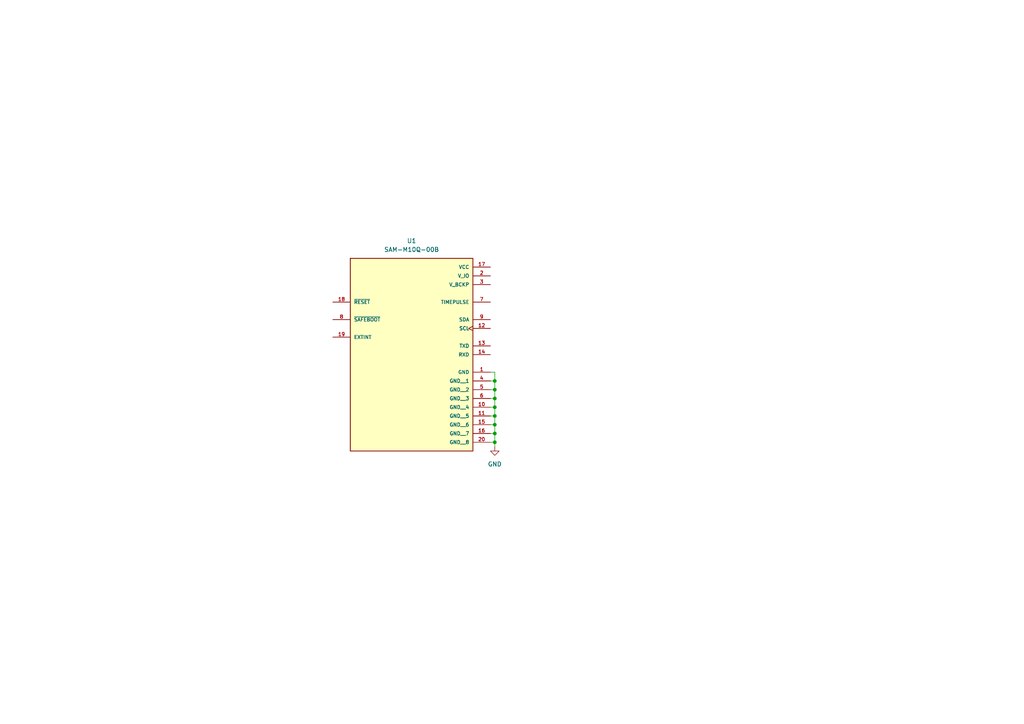
<source format=kicad_sch>
(kicad_sch (version 20230121) (generator eeschema)
  (paper "A4")
  (lib_symbols
    (symbol "SAM_M10Q_00B:SAM-M10Q-00B" (pin_names (offset 1.016))
      (property "Reference" "U" (at -17.78 18.542 0))
      (property "Value" "SAM-M10Q-00B" (at -17.78 -40.64 0))
      (symbol "SAM-M10Q-00B_0_0"
        (rectangle (start -17.78 -38.1) (end 17.78 17.78) (stroke (width 0.254)) (fill (type background)))
        (pin power_in line (at 22.86 -15.24 180) (length 5.08) (name "GND") (number "1"))
        (pin power_in line (at 22.86 -25.4 180) (length 5.08) (name "GND__4") (number "10"))
        (pin power_in line (at 22.86 -27.94 180) (length 5.08) (name "GND__5") (number "11"))
        (pin input clock (at 22.86 -2.54 180) (length 5.08) (name "SCL") (number "12"))
        (pin output line (at 22.86 -7.62 180) (length 5.08) (name "TXD") (number "13"))
        (pin input line (at 22.86 -10.16 180) (length 5.08) (name "RXD") (number "14"))
        (pin power_in line (at 22.86 -30.48 180) (length 5.08) (name "GND__6") (number "15"))
        (pin power_in line (at 22.86 -33.02 180) (length 5.08) (name "GND__7") (number "16"))
        (pin power_in line (at 22.86 15.24 180) (length 5.08) (name "VCC") (number "17"))
        (pin input line (at -22.86 5.08 0) (length 5.08) (name "~{RESET}") (number "18"))
        (pin input line (at -22.86 -5.08 0) (length 5.08) (name "EXTINT") (number "19"))
        (pin power_in line (at 22.86 12.7 180) (length 5.08) (name "V_IO") (number "2"))
        (pin power_in line (at 22.86 -35.56 180) (length 5.08) (name "GND__8") (number "20"))
        (pin power_in line (at 22.86 10.16 180) (length 5.08) (name "V_BCKP") (number "3"))
        (pin power_in line (at 22.86 -17.78 180) (length 5.08) (name "GND__1") (number "4"))
        (pin power_in line (at 22.86 -20.32 180) (length 5.08) (name "GND__2") (number "5"))
        (pin power_in line (at 22.86 -22.86 180) (length 5.08) (name "GND__3") (number "6"))
        (pin output line (at 22.86 5.08 180) (length 5.08) (name "TIMEPULSE") (number "7"))
        (pin input line (at -22.86 0 0) (length 5.08) (name "~{SAFEBOOT}") (number "8"))
        (pin bidirectional line (at 22.86 0 180) (length 5.08) (name "SDA") (number "9"))
      )
    )
    (symbol "power:GND" (power) (pin_names (offset 0))
      (property "Value" "GND" (at 0 -3.81 0))
      (symbol "GND_0_1"
        (polyline (pts (xy 0 0) (xy 0 -1.27) (xy 1.27 -1.27) (xy 0 -2.54) (xy -1.27 -1.27) (xy 0 -1.27)))
      )
      (symbol "GND_1_1"
        (pin power_in line (at 0 0 270) (length 0) hide (name "GND") (number "1"))
      )
    )
  )
  (junction (at 143.51 118.11))
  (junction (at 143.51 123.19))
  (junction (at 143.51 128.27))
  (junction (at 143.51 125.73))
  (junction (at 143.51 120.65))
  (junction (at 143.51 110.49))
  (junction (at 143.51 115.57))
  (junction (at 143.51 113.03))
  (wire (pts (xy 142.24 115.57) (xy 143.51 115.57)))
  (wire (pts (xy 143.51 125.73) (xy 143.51 128.27)))
  (wire (pts (xy 143.51 123.19) (xy 143.51 125.73)))
  (wire (pts (xy 142.24 125.73) (xy 143.51 125.73)))
  (wire (pts (xy 142.24 128.27) (xy 143.51 128.27)))
  (wire (pts (xy 143.51 118.11) (xy 143.51 115.57)))
  (wire (pts (xy 142.24 123.19) (xy 143.51 123.19)))
  (wire (pts (xy 143.51 120.65) (xy 143.51 118.11)))
  (wire (pts (xy 143.51 113.03) (xy 143.51 110.49)))
  (wire (pts (xy 143.51 107.95) (xy 142.24 107.95)))
  (wire (pts (xy 143.51 128.27) (xy 143.51 129.54)))
  (wire (pts (xy 142.24 118.11) (xy 143.51 118.11)))
  (wire (pts (xy 143.51 110.49) (xy 143.51 107.95)))
  (wire (pts (xy 142.24 113.03) (xy 143.51 113.03)))
  (wire (pts (xy 142.24 110.49) (xy 143.51 110.49)))
  (wire (pts (xy 142.24 120.65) (xy 143.51 120.65)))
  (wire (pts (xy 143.51 123.19) (xy 143.51 120.65)))
  (wire (pts (xy 143.51 115.57) (xy 143.51 113.03)))
  (symbol (lib_id "SAM_M10Q_00B:SAM-M10Q-00B") (at 119.38 92.71 0) (unit 1)
    (property "Reference" "U1" (at 119.38 69.85 0))
    (property "Value" "SAM-M10Q-00B" (at 119.38 72.39 0))
    (property "Footprint" "SAM_M10Q_00B:XCVR_SAM-M10Q-00B" (effects hide))
    (property "PARTREV" "R03" (effects hide))
    (property "MANUFACTURER" "u-blox" (effects hide))
    (property "STANDARD" "Manufacturer Recommendations" (effects hide))
    (property "MAXIMUM_PACKAGE_HEIGHT" "6.8mm" (effects hide))
    (property "SNAPEDA_PN" "SAM-M10Q-00B" (effects hide))
  )
  (symbol (lib_id "power:GND") (at 143.51 129.54 0) (unit 1)
    (property "Reference" "#PWR01" (effects hide))
    (property "Value" "GND" (at 143.51 134.62 0))
  )
)
</source>
